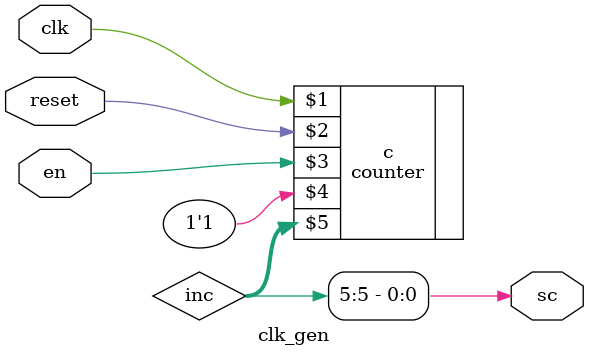
<source format=sv>

/*
  Robert "Skipper" Gonzalez
  sgonzalez@g.hmc.edu
  11/30/2018
  clk_gen module

  Below is the module which outputs an enabled and synchronous reset
  clock that is slower than an input clock. The output clock speed is
  determined by parameters. Speeds higher than the input clock
  speed are invalid.

  Parameters:
    sc_f:  The desired slower clock frequency.
    clk_f: The input clock (clk) frequency.

  Inputs:
    clk:    clock signal
    reset:  reset signal
    en:     enable signal

  Outputs:
    sc:     slower clock signal
*/

module clk_gen  #(parameter sc_f = 10**6,
                  parameter clk_f = 40 * (10**6) )
                 (input  logic clk,
                  input  logic reset,
                  input  logic en,
                  output logic sc);

  parameter sc_bits = $clog2(clk_f/sc_f); // number of bits to use
  logic [sc_bits-1:0] inc;                // variable incremented by counter

  // implement counter
  counter #(sc_bits) c(clk, reset, en, 1'b1, inc);

  // assign sc to correct bit of inc
  assign sc = inc[sc_bits-1];

endmodule

</source>
